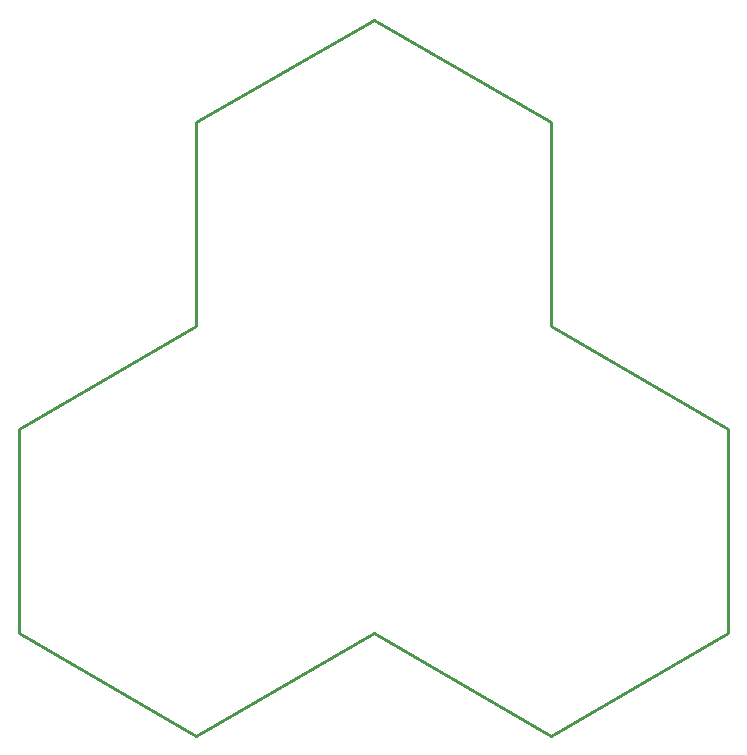
<source format=gbr>
G04 EAGLE Gerber RS-274X export*
G75*
%MOMM*%
%FSLAX34Y34*%
%LPD*%
%IN*%
%IPPOS*%
%AMOC8*
5,1,8,0,0,1.08239X$1,22.5*%
G01*
%ADD10C,0.254000*%


D10*
X-299981Y-81D02*
X-149981Y-86681D01*
X19Y-81D01*
X150019Y-86681D01*
X300019Y-81D01*
X300019Y173119D01*
X150019Y259719D01*
X150019Y432919D01*
X19Y519519D01*
X-149981Y432919D01*
X-149981Y259719D01*
X-299981Y173119D01*
X-299981Y-81D01*
M02*

</source>
